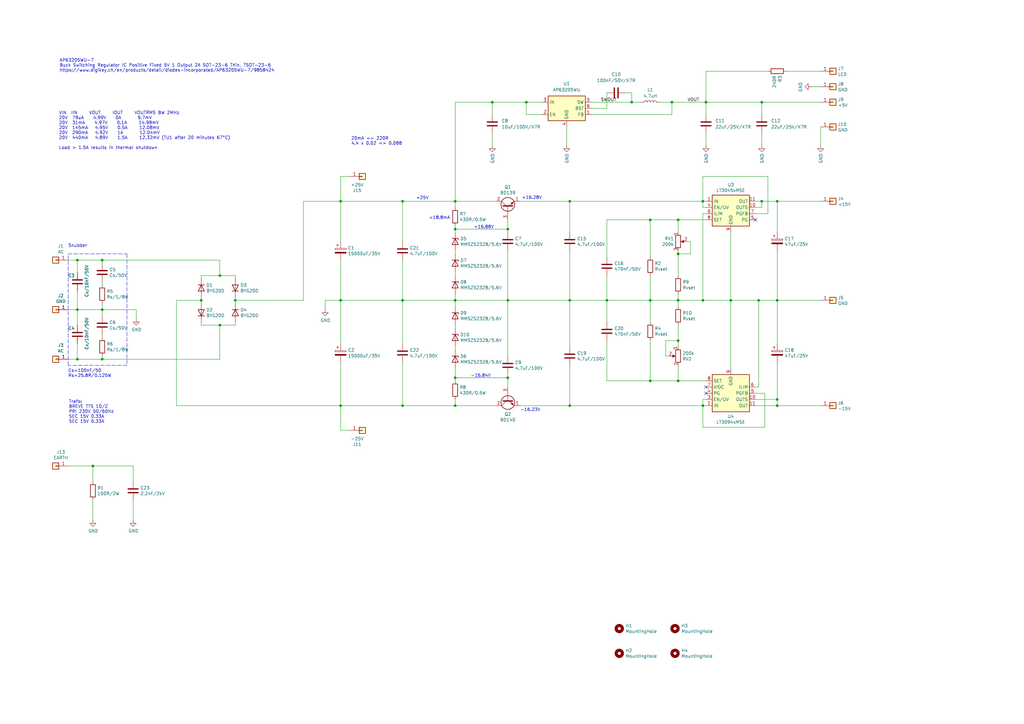
<source format=kicad_sch>
(kicad_sch (version 20250114) (generator "eeschema") (generator_version "9.0")
  (paper "A3")
  (title_block (title "Ultra Low Noise PSU DC/DC +5V Large Capacitor Tantal Polymer") (date "2025-09-01") (rev "V5"))
  (lib_symbols
    (symbol "Connector_Generic:Conn_01x01" (pin_names (offset 1.016) (hide yes))
      (property "Reference" "J" (at 0 2.54 0))
      (property "Value" "Conn_01x01" (at 0 -2.54 0))
      (symbol "Conn_01x01_1_1"
        (rectangle (start -1.27 1.27) (end 1.27 -1.27) (stroke (width 0.254)) (fill (type background)))
        (rectangle (start -1.27 0.127) (end 0 -0.127) (stroke (width 0.1524)))
        (pin passive line (at -5.08 0 0) (length 3.81) (name "Pin_1") (number "1"))
      )
    )
    (symbol "Device:C" (pin_numbers (hide yes)) (pin_names (offset 0.254))
      (property "Reference" "C" (at 0.635 2.54 0))
      (property "Value" "C" (at 0.635 -2.54 0))
      (symbol "C_0_1"
        (polyline (pts (xy -2.032 0.762) (xy 2.032 0.762)) (stroke (width 0.508)))
        (polyline (pts (xy -2.032 -0.762) (xy 2.032 -0.762)) (stroke (width 0.508)))
      )
      (symbol "C_1_1"
        (pin passive line (at 0 3.81 270) (length 2.794) (name "~") (number "1"))
        (pin passive line (at 0 -3.81 90) (length 2.794) (name "~") (number "2"))
      )
    )
    (symbol "Device:C_Polarized" (pin_numbers (hide yes)) (pin_names (offset 0.254))
      (property "Reference" "C" (at 0.635 2.54 0))
      (property "Value" "C_Polarized" (at 0.635 -2.54 0))
      (symbol "C_Polarized_0_1"
        (rectangle (start -2.286 0.508) (end 2.286 1.016))
        (polyline (pts (xy -1.778 2.286) (xy -0.762 2.286)))
        (polyline (pts (xy -1.27 2.794) (xy -1.27 1.778)))
        (rectangle (start 2.286 -0.508) (end -2.286 -1.016) (fill (type outline)))
      )
      (symbol "C_Polarized_1_1"
        (pin passive line (at 0 3.81 270) (length 2.794) (name "~") (number "1"))
        (pin passive line (at 0 -3.81 90) (length 2.794) (name "~") (number "2"))
      )
    )
    (symbol "Device:D" (pin_numbers (hide yes)) (pin_names (offset 1.016) (hide yes))
      (property "Reference" "D" (at 0 2.54 0))
      (property "Value" "D" (at 0 -2.54 0))
      (symbol "D_0_1"
        (polyline (pts (xy -1.27 1.27) (xy -1.27 -1.27)) (stroke (width 0.254)))
        (polyline (pts (xy 1.27 1.27) (xy 1.27 -1.27) (xy -1.27 0) (xy 1.27 1.27)) (stroke (width 0.254)))
        (polyline (pts (xy 1.27 0) (xy -1.27 0)))
      )
      (symbol "D_1_1"
        (pin passive line (at -3.81 0 0) (length 2.54) (name "K") (number "1"))
        (pin passive line (at 3.81 0 180) (length 2.54) (name "A") (number "2"))
      )
    )
    (symbol "Device:L" (pin_numbers (hide yes)) (pin_names (offset 1.016) (hide yes))
      (property "Reference" "L" (at -1.27 0 90))
      (property "Value" "L" (at 1.905 0 90))
      (symbol "L_0_1"
        (arc (start 0 2.54) (mid 0.6323 1.905) (end 0 1.27))
        (arc (start 0 1.27) (mid 0.6323 0.635) (end 0 0))
        (arc (start 0 0) (mid 0.6323 -0.635) (end 0 -1.27))
        (arc (start 0 -1.27) (mid 0.6323 -1.905) (end 0 -2.54))
      )
      (symbol "L_1_1"
        (pin passive line (at 0 3.81 270) (length 1.27) (name "1") (number "1"))
        (pin passive line (at 0 -3.81 90) (length 1.27) (name "2") (number "2"))
      )
    )
    (symbol "Device:R" (pin_numbers (hide yes)) (pin_names (offset 0))
      (property "Reference" "R" (at 2.032 0 90))
      (property "Value" "R" (at 0 0 90))
      (symbol "R_0_1"
        (rectangle (start -1.016 -2.54) (end 1.016 2.54) (stroke (width 0.254)))
      )
      (symbol "R_1_1"
        (pin passive line (at 0 3.81 270) (length 1.27) (name "~") (number "1"))
        (pin passive line (at 0 -3.81 90) (length 1.27) (name "~") (number "2"))
      )
    )
    (symbol "Device:R_Potentiometer" (pin_names (offset 1.016) (hide yes))
      (property "Reference" "RV" (at -4.445 0 90))
      (property "Value" "R_Potentiometer" (at -2.54 0 90))
      (symbol "R_Potentiometer_0_1"
        (rectangle (start 1.016 2.54) (end -1.016 -2.54) (stroke (width 0.254)))
        (polyline (pts (xy 1.143 0) (xy 2.286 0.508) (xy 2.286 -0.508) (xy 1.143 0)) (fill (type outline)))
        (polyline (pts (xy 2.54 0) (xy 1.524 0)))
      )
      (symbol "R_Potentiometer_1_1"
        (pin passive line (at 0 3.81 270) (length 1.27) (name "1") (number "1"))
        (pin passive line (at 0 -3.81 90) (length 1.27) (name "3") (number "3"))
        (pin passive line (at 3.81 0 180) (length 1.27) (name "2") (number "2"))
      )
    )
    (symbol "Diode:Z1SMAxxx" (pin_numbers (hide yes)) (pin_names (hide yes))
      (property "Reference" "D" (at 0 2.54 0))
      (property "Value" "Z1SMAxxx" (at 0 -2.54 0))
      (symbol "Z1SMAxxx_0_1"
        (polyline (pts (xy -1.27 -1.27) (xy -1.27 1.27) (xy -0.762 1.27)) (stroke (width 0.254)))
        (polyline (pts (xy 1.27 0) (xy -1.27 0)))
        (polyline (pts (xy 1.27 -1.27) (xy 1.27 1.27) (xy -1.27 0) (xy 1.27 -1.27)) (stroke (width 0.254)))
      )
      (symbol "Z1SMAxxx_1_1"
        (pin passive line (at -3.81 0 0) (length 2.54) (name "K") (number "1"))
        (pin passive line (at 3.81 0 180) (length 2.54) (name "A") (number "2"))
      )
    )
    (symbol "Mechanical:MountingHole" (pin_names (offset 1.016)) (in_bom no)
      (property "Reference" "H" (at 0 5.08 0))
      (property "Value" "MountingHole" (at 0 3.175 0))
      (symbol "MountingHole_0_1"
        (circle (center 0 0) (radius 1.27) (stroke (width 1.27)))
      )
    )
    (symbol "Regulator_Linear:LT3045xMSE"
      (property "Reference" "U" (at -6.35 6.35 0))
      (property "Value" "LT3045xMSE" (at 1.27 6.35 0))
      (symbol "LT3045xMSE_0_1"
        (rectangle (start -7.62 5.08) (end 7.62 -7.62) (stroke (width 0.254)) (fill (type background)))
      )
      (symbol "LT3045xMSE_1_1"
        (pin power_in line (at -10.16 2.54 0) (length 2.54) (name "IN") (number "1"))
        (pin passive line (at -10.16 2.54 0) (length 2.54) (hide yes) (name "IN") (number "2"))
        (pin passive line (at -10.16 2.54 0) (length 2.54) (hide yes) (name "IN") (number "3"))
        (pin input line (at -10.16 0 0) (length 2.54) (name "EN/UV") (number "4"))
        (pin passive line (at -10.16 -2.54 0) (length 2.54) (name "ILIM") (number "6"))
        (pin passive line (at -10.16 -5.08 0) (length 2.54) (name "SET") (number "8"))
        (pin passive line (at 0 -10.16 90) (length 2.54) (hide yes) (name "GND") (number "13"))
        (pin power_in line (at 0 -10.16 90) (length 2.54) (name "GND") (number "9"))
        (pin power_out line (at 10.16 2.54 180) (length 2.54) (name "OUT") (number "11"))
        (pin passive line (at 10.16 2.54 180) (length 2.54) (hide yes) (name "OUT") (number "12"))
        (pin input line (at 10.16 0 180) (length 2.54) (name "OUTS") (number "10"))
        (pin input line (at 10.16 -2.54 180) (length 2.54) (name "PGFB") (number "7"))
        (pin open_collector line (at 10.16 -5.08 180) (length 2.54) (name "PG") (number "5"))
      )
    )
    (symbol "Regulator_Linear:LT3094xMSE"
      (property "Reference" "U" (at -6.35 8.89 0))
      (property "Value" "LT3094xMSE" (at 1.27 8.89 0))
      (symbol "LT3094xMSE_0_0"
        (pin passive line (at -10.16 5.08 0) (length 2.54) (hide yes) (name "IN") (number "13"))
        (pin passive line (at 10.16 5.08 180) (length 2.54) (hide yes) (name "OUT") (number "12"))
      )
      (symbol "LT3094xMSE_0_1"
        (rectangle (start 7.62 7.62) (end -7.62 -7.62) (stroke (width 0.254)) (fill (type background)))
      )
      (symbol "LT3094xMSE_1_1"
        (pin power_in line (at -10.16 5.08 0) (length 2.54) (name "IN") (number "1"))
        (pin passive line (at -10.16 5.08 0) (length 2.54) (hide yes) (name "IN") (number "2"))
        (pin input line (at -10.16 2.54 0) (length 2.54) (name "EN/UV") (number "3"))
        (pin open_collector line (at -10.16 0 0) (length 2.54) (name "PG") (number "4"))
        (pin passive line (at -10.16 -2.54 0) (length 2.54) (name "VIOC") (number "7"))
        (pin passive line (at -10.16 -5.08 0) (length 2.54) (name "SET") (number "8"))
        (pin power_in line (at 0 -10.16 90) (length 2.54) (name "GND") (number "9"))
        (pin power_out line (at 10.16 5.08 180) (length 2.54) (name "OUT") (number "11"))
        (pin input line (at 10.16 2.54 180) (length 2.54) (name "OUTS") (number "10"))
        (pin input line (at 10.16 0 180) (length 2.54) (name "PGFB") (number "5"))
        (pin passive line (at 10.16 -2.54 180) (length 2.54) (name "ILIM") (number "6"))
      )
    )
    (symbol "Regulator_Switching:AP63205WU"
      (property "Reference" "U" (at -7.62 6.35 0))
      (property "Value" "AP63205WU" (at 2.54 6.35 0))
      (symbol "AP63205WU_0_1"
        (rectangle (start -7.62 5.08) (end 7.62 -5.08) (stroke (width 0.254)) (fill (type background)))
      )
      (symbol "AP63205WU_1_1"
        (pin power_in line (at -10.16 2.54 0) (length 2.54) (name "IN") (number "3"))
        (pin input line (at -10.16 -2.54 0) (length 2.54) (name "EN") (number "2"))
        (pin power_in line (at 0 -7.62 90) (length 2.54) (name "GND") (number "4"))
        (pin output line (at 10.16 2.54 180) (length 2.54) (name "SW") (number "5"))
        (pin passive line (at 10.16 0 180) (length 2.54) (name "BST") (number "6"))
        (pin input line (at 10.16 -2.54 180) (length 2.54) (name "FB") (number "1"))
      )
    )
    (symbol "Transistor_BJT:BD139" (pin_names (offset 0) (hide yes))
      (property "Reference" "Q" (at 5.08 1.905 0))
      (property "Value" "BD139" (at 5.08 0 0))
      (symbol "BD139_0_1"
        (polyline (pts (xy -2.54 0) (xy 0.635 0)))
        (polyline (pts (xy 0.635 1.905) (xy 0.635 -1.905)) (stroke (width 0.508)))
        (circle (center 1.27 0) (radius 2.8194) (stroke (width 0.254)))
      )
      (symbol "BD139_1_1"
        (polyline (pts (xy 0.635 0.635) (xy 2.54 2.54)))
        (polyline (pts (xy 0.635 -0.635) (xy 2.54 -2.54)))
        (polyline (pts (xy 1.27 -1.778) (xy 1.778 -1.27) (xy 2.286 -2.286) (xy 1.27 -1.778)) (fill (type outline)))
        (pin input line (at -5.08 0 0) (length 2.54) (name "B") (number "3"))
        (pin passive line (at 2.54 5.08 270) (length 2.54) (name "C") (number "2"))
        (pin passive line (at 2.54 -5.08 90) (length 2.54) (name "E") (number "1"))
      )
    )
    (symbol "Transistor_BJT:BD140" (pin_names (offset 0) (hide yes))
      (property "Reference" "Q" (at 5.08 1.905 0))
      (property "Value" "BD140" (at 5.08 0 0))
      (symbol "BD140_0_1"
        (polyline (pts (xy -2.54 0) (xy 0.635 0)))
        (polyline (pts (xy 0.635 1.905) (xy 0.635 -1.905)) (stroke (width 0.508)))
        (polyline (pts (xy 0.635 0.635) (xy 2.54 2.54)))
        (polyline (pts (xy 0.635 -0.635) (xy 2.54 -2.54)))
        (circle (center 1.27 0) (radius 2.8194) (stroke (width 0.254)))
        (polyline (pts (xy 2.286 -1.778) (xy 1.778 -2.286) (xy 1.27 -1.27) (xy 2.286 -1.778)) (fill (type outline)))
      )
      (symbol "BD140_1_1"
        (pin input line (at -5.08 0 0) (length 2.54) (name "B") (number "3"))
        (pin passive line (at 2.54 5.08 270) (length 2.54) (name "C") (number "2"))
        (pin passive line (at 2.54 -5.08 90) (length 2.54) (name "E") (number "1"))
      )
    )
    (symbol "power:GND" (power) (pin_numbers (hide yes)) (pin_names (offset 0) (hide yes))
      (property "Value" "GND" (at 0 -3.81 0))
      (symbol "GND_0_1"
        (polyline (pts (xy 0 0) (xy 0 -1.27) (xy 1.27 -1.27) (xy 0 -2.54) (xy -1.27 -1.27) (xy 0 -1.27)))
      )
      (symbol "GND_1_1"
        (pin power_in line (at 0 0 270) (length 0) (name "~") (number "1"))
      )
    )
  )
  (text "+16.28V" (at 213.995 81.915 0) (effects (font (size 1.27 1.27)) (justify left bottom)))
  (text "-16.84V" (at 193.04 154.178 0) (effects (font (size 1.27 1.27)) (justify left)))
  (text "+25V" (at 173.228 81.28 0) (effects (font (size 1.27 1.27))))
  (text "Snubber" (at 27.94 101.6 0) (effects (font (size 1.27 1.27)) (justify left bottom)))
  (text "+16.88V" (at 194.31 93.218 0) (effects (font (size 1.27 1.27)) (justify left)))
  (text "Cs=100nF/50\nRs=25.8R/0.125W" (at 27.94 154.94 0) (effects (font (size 1.27 1.27)) (justify left bottom)))
  (text "-16.23V" (at 213.36 168.91 0) (effects (font (size 1.27 1.27)) (justify left bottom)))
  (text "VIN  IIN     VOUT     IOUT     VOUTRMS BW 2MHz      \n20V  79uA    4.99V    0A       9.7mV\n20V  31mA    4.97V    0.1A     14.98mV\n20V  145mA   4.95V    0.5A     12.08mV\n20V  290mA   4.92V    1A       12.04mV\n20V  440mA   4.89V    1.5A     12.32mV (TU1 after 20 minutes 67°C)\n\nLoad > 1.5A results in thermal shutdown\n\n\n" (at 24.13 55.626 0) (effects (font (size 1.27 1.27)) (justify left)))
  (text "Trafo:\nBREVE TTS 10/Z\nPRI 230V 50/60Hz\nSEC 15V 0.33A\nSEC 15V 0.33A" (at 28.194 168.91 0) (effects (font (size 1.27 1.27)) (justify left)))
  (text "AP63205WU-7\nBuck Switching Regulator IC Positive Fixed 5V 1 Output 2A SOT-23-6 Thin, TSOT-23-6\nhttps://www.digikey.ch/en/products/detail/diodes-incorporated/AP63205WU-7/9858424\n\n" (at 24.384 27.94 0) (effects (font (size 1.27 1.27)) (justify left)))
  (text "20mA => 220R\n4.4 x 0.02 => 0.088" (at 144.018 57.912 0) (effects (font (size 1.27 1.27)) (justify left)))
  (text "+18.8mA" (at 184.658 89.408 0) (effects (font (size 1.27 1.27)) (justify right)))
  (junction (at 248.92 123.19))
  (junction (at 165.1 166.37))
  (junction (at 41.91 147.32))
  (junction (at 41.91 127))
  (junction (at 186.69 123.19))
  (junction (at 299.72 123.19))
  (junction (at 275.59 41.91))
  (junction (at 90.17 133.35))
  (junction (at 233.68 82.55))
  (junction (at 318.77 166.37))
  (junction (at 288.29 166.37))
  (junction (at 311.15 123.19))
  (junction (at 215.9 41.91))
  (junction (at 318.77 123.19))
  (junction (at 312.42 82.55))
  (junction (at 139.7 123.19))
  (junction (at 312.42 41.91))
  (junction (at 165.1 82.55))
  (junction (at 201.93 41.91))
  (junction (at 318.77 82.55))
  (junction (at 82.55 123.19))
  (junction (at 139.7 82.55))
  (junction (at 318.77 163.83))
  (junction (at 259.08 41.91))
  (junction (at 139.7 166.37))
  (junction (at 31.75 127))
  (junction (at 208.28 154.94))
  (junction (at 266.7 156.21))
  (junction (at 31.75 106.68))
  (junction (at 266.7 123.19))
  (junction (at 266.7 90.17))
  (junction (at 31.75 147.32))
  (junction (at 278.13 123.19))
  (junction (at 233.68 166.37))
  (junction (at 288.29 82.55))
  (junction (at 288.29 123.19))
  (junction (at 186.69 166.37))
  (junction (at 38.1 191.135))
  (junction (at 41.91 106.68))
  (junction (at 233.68 123.19))
  (junction (at 96.52 123.19))
  (junction (at 165.1 123.19))
  (junction (at 278.13 90.17))
  (junction (at 90.17 113.03))
  (junction (at 278.13 104.14))
  (junction (at 186.69 82.55))
  (junction (at 186.69 93.98))
  (junction (at 208.28 123.19))
  (junction (at 289.56 41.91))
  (junction (at 208.28 93.98))
  (junction (at 278.13 156.21))
  (junction (at 186.69 154.94))
  (junction (at 278.13 139.7))
  (no_connect (at 289.56 158.75))
  (no_connect (at 309.88 90.17))
  (no_connect (at 289.56 161.29))
  (wire (pts (xy 312.42 54.61) (xy 312.42 59.69)))
  (wire (pts (xy 201.93 54.61) (xy 201.93 59.69)))
  (wire (pts (xy 314.96 87.63) (xy 314.96 72.39)))
  (wire (pts (xy 203.2 82.55) (xy 186.69 82.55)))
  (wire (pts (xy 186.69 93.98) (xy 208.28 93.98)))
  (wire (pts (xy 266.7 156.21) (xy 278.13 156.21)))
  (wire (pts (xy 274.32 146.05) (xy 273.05 146.05)))
  (wire (pts (xy 208.28 123.19) (xy 208.28 146.05)))
  (wire (pts (xy 186.69 123.19) (xy 208.28 123.19)))
  (wire (pts (xy 248.92 105.41) (xy 248.92 90.17)))
  (wire (pts (xy 165.1 106.68) (xy 165.1 123.19)))
  (wire (pts (xy 233.68 82.55) (xy 233.68 95.25)))
  (wire (pts (xy 275.59 41.91) (xy 289.56 41.91)))
  (wire (pts (xy 312.42 85.09) (xy 312.42 82.55)))
  (wire (pts (xy 54.61 205.105) (xy 54.61 213.36)))
  (wire (pts (xy 242.57 46.99) (xy 275.59 46.99)))
  (wire (pts (xy 278.13 149.86) (xy 278.13 156.21)))
  (wire (pts (xy 208.28 154.94) (xy 208.28 158.75)))
  (wire (pts (xy 186.69 104.14) (xy 186.69 102.87)))
  (wire (pts (xy 278.13 90.17) (xy 289.56 90.17)))
  (wire (pts (xy 27.94 127) (xy 31.75 127)))
  (wire (pts (xy 186.69 82.55) (xy 165.1 82.55)))
  (wire (pts (xy 318.77 123.19) (xy 336.55 123.19)))
  (wire (pts (xy 96.52 121.92) (xy 96.52 123.19)))
  (wire (pts (xy 186.69 154.94) (xy 208.28 154.94)))
  (wire (pts (xy 31.75 147.32) (xy 41.91 147.32)))
  (wire (pts (xy 248.92 123.19) (xy 266.7 123.19)))
  (wire (pts (xy 288.29 175.26) (xy 288.29 166.37)))
  (wire (pts (xy 311.15 123.19) (xy 318.77 123.19)))
  (wire (pts (xy 289.56 29.21) (xy 289.56 41.91)))
  (wire (pts (xy 82.55 113.03) (xy 82.55 114.3)))
  (wire (pts (xy 299.72 123.19) (xy 311.15 123.19)))
  (wire (pts (xy 278.13 123.19) (xy 278.13 125.73)))
  (wire (pts (xy 289.56 163.83) (xy 288.29 163.83)))
  (wire (pts (xy 41.91 127) (xy 55.88 127)))
  (wire (pts (xy 288.29 163.83) (xy 288.29 166.37)))
  (wire (pts (xy 266.7 123.19) (xy 278.13 123.19)))
  (wire (pts (xy 312.42 41.91) (xy 336.55 41.91)))
  (wire (pts (xy 96.52 114.3) (xy 96.52 113.03)))
  (wire (pts (xy 309.88 166.37) (xy 318.77 166.37)))
  (wire (pts (xy 278.13 120.65) (xy 278.13 123.19)))
  (wire (pts (xy 72.39 166.37) (xy 139.7 166.37)))
  (wire (pts (xy 248.92 90.17) (xy 266.7 90.17)))
  (wire (pts (xy 242.57 41.91) (xy 259.08 41.91)))
  (wire (pts (xy 278.13 133.35) (xy 278.13 139.7)))
  (wire (pts (xy 41.91 129.54) (xy 41.91 127)))
  (wire (pts (xy 233.68 123.19) (xy 248.92 123.19)))
  (wire (pts (xy 242.57 44.45) (xy 248.92 44.45)))
  (wire (pts (xy 208.28 153.67) (xy 208.28 154.94)))
  (wire (pts (xy 90.17 106.68) (xy 90.17 113.03)))
  (wire (pts (xy 336.55 29.21) (xy 322.58 29.21)))
  (wire (pts (xy 318.77 82.55) (xy 318.77 95.25)))
  (wire (pts (xy 289.56 54.61) (xy 289.56 59.69)))
  (wire (pts (xy 31.75 111.76) (xy 31.75 106.68)))
  (wire (pts (xy 72.39 123.19) (xy 82.55 123.19)))
  (wire (pts (xy 233.68 142.24) (xy 233.68 123.19)))
  (wire (pts (xy 288.29 123.19) (xy 299.72 123.19)))
  (wire (pts (xy 289.56 41.91) (xy 312.42 41.91)))
  (wire (pts (xy 208.28 123.19) (xy 233.68 123.19)))
  (wire (pts (xy 82.55 123.19) (xy 82.55 124.46)))
  (wire (pts (xy 233.68 166.37) (xy 213.36 166.37)))
  (wire (pts (xy 288.29 87.63) (xy 288.29 123.19)))
  (wire (pts (xy 266.7 90.17) (xy 266.7 105.41)))
  (wire (pts (xy 288.29 82.55) (xy 289.56 82.55)))
  (wire (pts (xy 31.75 127) (xy 41.91 127)))
  (wire (pts (xy 278.13 156.21) (xy 289.56 156.21)))
  (wire (pts (xy 186.69 166.37) (xy 186.69 163.83)))
  (wire (pts (xy 213.36 82.55) (xy 233.68 82.55)))
  (wire (pts (xy 124.46 82.55) (xy 139.7 82.55)))
  (wire (pts (xy 283.21 99.06) (xy 283.21 104.14)))
  (wire (pts (xy 96.52 113.03) (xy 90.17 113.03)))
  (polyline (pts (xy 52.07 149.86) (xy 27.94 149.86)) (stroke (width 0) (type dash)))
  (wire (pts (xy 281.94 99.06) (xy 283.21 99.06)))
  (wire (pts (xy 259.08 41.91) (xy 262.89 41.91)))
  (wire (pts (xy 289.56 87.63) (xy 288.29 87.63)))
  (wire (pts (xy 289.56 29.21) (xy 314.96 29.21)))
  (polyline (pts (xy 27.94 104.14) (xy 52.07 104.14)) (stroke (width 0) (type dash)))
  (wire (pts (xy 186.69 125.73) (xy 186.69 123.19)))
  (wire (pts (xy 139.7 166.37) (xy 165.1 166.37)))
  (wire (pts (xy 313.69 175.26) (xy 288.29 175.26)))
  (wire (pts (xy 248.92 113.03) (xy 248.92 123.19)))
  (wire (pts (xy 299.72 151.13) (xy 299.72 123.19)))
  (wire (pts (xy 38.1 197.485) (xy 38.1 191.135)))
  (wire (pts (xy 139.7 82.55) (xy 165.1 82.55)))
  (wire (pts (xy 165.1 123.19) (xy 186.69 123.19)))
  (polyline (pts (xy 27.94 149.86) (xy 27.94 104.14)) (stroke (width 0) (type dash)))
  (wire (pts (xy 186.69 156.21) (xy 186.69 154.94)))
  (wire (pts (xy 201.93 41.91) (xy 215.9 41.91)))
  (wire (pts (xy 186.69 95.25) (xy 186.69 93.98)))
  (wire (pts (xy 278.13 90.17) (xy 278.13 95.25)))
  (wire (pts (xy 318.77 148.59) (xy 318.77 163.83)))
  (wire (pts (xy 275.59 46.99) (xy 275.59 41.91)))
  (wire (pts (xy 186.69 82.55) (xy 186.69 85.09)))
  (wire (pts (xy 259.08 38.1) (xy 259.08 41.91)))
  (wire (pts (xy 186.69 41.91) (xy 186.69 82.55)))
  (wire (pts (xy 186.69 41.91) (xy 201.93 41.91)))
  (wire (pts (xy 288.29 85.09) (xy 288.29 82.55)))
  (wire (pts (xy 82.55 133.35) (xy 90.17 133.35)))
  (wire (pts (xy 139.7 140.97) (xy 139.7 123.19)))
  (wire (pts (xy 312.42 82.55) (xy 318.77 82.55)))
  (wire (pts (xy 41.91 138.43) (xy 41.91 137.16)))
  (wire (pts (xy 312.42 46.99) (xy 312.42 41.91)))
  (wire (pts (xy 55.88 130.81) (xy 55.88 127)))
  (wire (pts (xy 288.29 166.37) (xy 289.56 166.37)))
  (wire (pts (xy 248.92 44.45) (xy 248.92 38.1)))
  (wire (pts (xy 72.39 123.19) (xy 72.39 166.37)))
  (wire (pts (xy 215.9 41.91) (xy 222.25 41.91)))
  (wire (pts (xy 336.55 35.56) (xy 332.74 35.56)))
  (wire (pts (xy 318.77 102.87) (xy 318.77 123.19)))
  (wire (pts (xy 38.1 205.105) (xy 38.1 213.36)))
  (wire (pts (xy 288.29 72.39) (xy 288.29 82.55)))
  (wire (pts (xy 336.55 82.55) (xy 318.77 82.55)))
  (polyline (pts (xy 52.07 104.14) (xy 52.07 149.86)) (stroke (width 0) (type dash)))
  (wire (pts (xy 41.91 107.95) (xy 41.91 106.68)))
  (wire (pts (xy 82.55 121.92) (xy 82.55 123.19)))
  (wire (pts (xy 41.91 106.68) (xy 90.17 106.68)))
  (wire (pts (xy 31.75 133.35) (xy 31.75 127)))
  (wire (pts (xy 143.51 72.39) (xy 139.7 72.39)))
  (wire (pts (xy 208.28 93.98) (xy 208.28 95.25)))
  (wire (pts (xy 38.1 191.135) (xy 27.94 191.135)))
  (wire (pts (xy 31.75 106.68) (xy 27.94 106.68)))
  (wire (pts (xy 233.68 102.87) (xy 233.68 123.19)))
  (wire (pts (xy 208.28 93.98) (xy 208.28 90.17)))
  (wire (pts (xy 186.69 154.94) (xy 186.69 151.13)))
  (wire (pts (xy 82.55 132.08) (xy 82.55 133.35)))
  (wire (pts (xy 203.2 166.37) (xy 186.69 166.37)))
  (wire (pts (xy 139.7 123.19) (xy 165.1 123.19)))
  (wire (pts (xy 54.61 197.485) (xy 54.61 191.135)))
  (wire (pts (xy 208.28 102.87) (xy 208.28 123.19)))
  (wire (pts (xy 96.52 133.35) (xy 96.52 132.08)))
  (wire (pts (xy 90.17 113.03) (xy 82.55 113.03)))
  (wire (pts (xy 278.13 123.19) (xy 288.29 123.19)))
  (wire (pts (xy 309.88 82.55) (xy 312.42 82.55)))
  (wire (pts (xy 96.52 123.19) (xy 124.46 123.19)))
  (wire (pts (xy 309.88 158.75) (xy 311.15 158.75)))
  (wire (pts (xy 309.88 85.09) (xy 312.42 85.09)))
  (wire (pts (xy 256.54 38.1) (xy 259.08 38.1)))
  (wire (pts (xy 289.56 85.09) (xy 288.29 85.09)))
  (wire (pts (xy 278.13 102.87) (xy 278.13 104.14)))
  (wire (pts (xy 139.7 99.06) (xy 139.7 82.55)))
  (wire (pts (xy 133.35 127) (xy 133.35 123.19)))
  (wire (pts (xy 41.91 106.68) (xy 31.75 106.68)))
  (wire (pts (xy 283.21 104.14) (xy 278.13 104.14)))
  (wire (pts (xy 309.88 161.29) (xy 313.69 161.29)))
  (wire (pts (xy 186.69 143.51) (xy 186.69 142.24)))
  (wire (pts (xy 248.92 132.08) (xy 248.92 123.19)))
  (wire (pts (xy 90.17 133.35) (xy 90.17 147.32)))
  (wire (pts (xy 248.92 156.21) (xy 266.7 156.21)))
  (wire (pts (xy 233.68 166.37) (xy 288.29 166.37)))
  (wire (pts (xy 41.91 147.32) (xy 90.17 147.32)))
  (wire (pts (xy 31.75 140.97) (xy 31.75 147.32)))
  (wire (pts (xy 139.7 72.39) (xy 139.7 82.55)))
  (wire (pts (xy 318.77 163.83) (xy 318.77 166.37)))
  (wire (pts (xy 54.61 191.135) (xy 38.1 191.135)))
  (wire (pts (xy 273.05 146.05) (xy 273.05 139.7)))
  (wire (pts (xy 309.88 163.83) (xy 318.77 163.83)))
  (wire (pts (xy 313.69 161.29) (xy 313.69 175.26)))
  (wire (pts (xy 201.93 41.91) (xy 201.93 46.99)))
  (wire (pts (xy 186.69 166.37) (xy 165.1 166.37)))
  (wire (pts (xy 278.13 142.24) (xy 278.13 139.7)))
  (wire (pts (xy 133.35 123.19) (xy 139.7 123.19)))
  (wire (pts (xy 186.69 113.03) (xy 186.69 111.76)))
  (wire (pts (xy 318.77 166.37) (xy 336.55 166.37)))
  (wire (pts (xy 266.7 113.03) (xy 266.7 123.19)))
  (wire (pts (xy 273.05 139.7) (xy 278.13 139.7)))
  (wire (pts (xy 233.68 149.86) (xy 233.68 166.37)))
  (wire (pts (xy 266.7 139.7) (xy 266.7 156.21)))
  (wire (pts (xy 278.13 104.14) (xy 278.13 113.03)))
  (wire (pts (xy 233.68 82.55) (xy 288.29 82.55)))
  (wire (pts (xy 139.7 166.37) (xy 139.7 176.53)))
  (wire (pts (xy 41.91 147.32) (xy 41.91 146.05)))
  (wire (pts (xy 299.72 95.25) (xy 299.72 123.19)))
  (wire (pts (xy 186.69 134.62) (xy 186.69 133.35)))
  (wire (pts (xy 215.9 46.99) (xy 215.9 41.91)))
  (wire (pts (xy 275.59 41.91) (xy 270.51 41.91)))
  (wire (pts (xy 165.1 148.59) (xy 165.1 166.37)))
  (wire (pts (xy 186.69 93.98) (xy 186.69 92.71)))
  (wire (pts (xy 232.41 52.07) (xy 232.41 59.69)))
  (wire (pts (xy 311.15 158.75) (xy 311.15 123.19)))
  (wire (pts (xy 309.88 87.63) (xy 314.96 87.63)))
  (wire (pts (xy 165.1 99.06) (xy 165.1 82.55)))
  (wire (pts (xy 41.91 116.84) (xy 41.91 115.57)))
  (wire (pts (xy 266.7 90.17) (xy 278.13 90.17)))
  (wire (pts (xy 90.17 133.35) (xy 96.52 133.35)))
  (wire (pts (xy 266.7 123.19) (xy 266.7 132.08)))
  (wire (pts (xy 318.77 140.97) (xy 318.77 123.19)))
  (wire (pts (xy 143.51 176.53) (xy 139.7 176.53)))
  (wire (pts (xy 248.92 139.7) (xy 248.92 156.21)))
  (wire (pts (xy 289.56 41.91) (xy 289.56 46.99)))
  (wire (pts (xy 41.91 127) (xy 41.91 124.46)))
  (wire (pts (xy 31.75 119.38) (xy 31.75 127)))
  (wire (pts (xy 314.96 72.39) (xy 288.29 72.39)))
  (wire (pts (xy 124.46 123.19) (xy 124.46 82.55)))
  (wire (pts (xy 165.1 140.97) (xy 165.1 123.19)))
  (wire (pts (xy 139.7 106.68) (xy 139.7 123.19)))
  (wire (pts (xy 139.7 148.59) (xy 139.7 166.37)))
  (wire (pts (xy 96.52 123.19) (xy 96.52 124.46)))
  (wire (pts (xy 336.55 52.07) (xy 336.55 59.69)))
  (wire (pts (xy 222.25 46.99) (xy 215.9 46.99)))
  (wire (pts (xy 27.94 147.32) (xy 31.75 147.32)))
  (wire (pts (xy 186.69 120.65) (xy 186.69 123.19)))
  (label "VOUT" (at 281.94 41.91 0))
  (label "SWOUT" (at 246.38 41.91 0))
  (symbol (lib_id "Connector_Generic:Conn_01x01") (at 22.86 127 180) (unit 1)
    (property "Reference" "J2" (at 24.9428 121.285 0))
    (property "Value" "GND" (at 24.9428 123.5964 0))
    (property "Footprint" "Connector_Pin:Pin_D1.3mm_L11.0mm" (effects (hide yes)))
    (property "Description" "Generic connector, single row, 01x01, script generated (kicad-library-utils/schlib/autogen/connector/)" (effects (hide yes)))
  )
  (symbol (lib_id "Device:R_Potentiometer") (at 278.13 99.06 0) (unit 1)
    (property "Reference" "RV1" (at 276.3774 97.8916 0) (effects (justify right)))
    (property "Value" "200k" (at 276.3774 100.203 0) (effects (justify right)))
    (property "Footprint" "Potentiometer_THT:Potentiometer_Bourns_3296W_Vertical" (effects (hide yes)))
    (property "Description" "Potentiometer" (effects (hide yes)))
  )
  (symbol (lib_id "Mechanical:MountingHole") (at 254 257.81 0) (unit 1) (in_bom no)
    (property "Reference" "H1" (at 256.54 256.6416 0) (effects (justify left)))
    (property "Value" "MountingHole" (at 256.54 258.953 0) (effects (justify left)))
    (property "Footprint" "MountingHole:MountingHole_3.2mm_M3_Pad_Via" (effects (hide yes)))
    (property "Description" "Mounting Hole without connection" (effects (hide yes)))
  )
  (symbol (lib_id "Mechanical:MountingHole") (at 276.86 257.81 0) (unit 1) (in_bom no)
    (property "Reference" "H3" (at 279.4 256.6416 0) (effects (justify left)))
    (property "Value" "MountingHole" (at 279.4 258.953 0) (effects (justify left)))
    (property "Footprint" "MountingHole:MountingHole_3.2mm_M3_Pad_Via" (effects (hide yes)))
    (property "Description" "Mounting Hole without connection" (effects (hide yes)))
  )
  (symbol (lib_id "Mechanical:MountingHole") (at 254 267.97 0) (unit 1) (in_bom no)
    (property "Reference" "H2" (at 256.54 266.8016 0) (effects (justify left)))
    (property "Value" "MountingHole" (at 256.54 269.113 0) (effects (justify left)))
    (property "Footprint" "MountingHole:MountingHole_3.2mm_M3_Pad_Via" (effects (hide yes)))
    (property "Description" "Mounting Hole without connection" (effects (hide yes)))
  )
  (symbol (lib_id "Mechanical:MountingHole") (at 276.86 267.97 0) (unit 1) (in_bom no)
    (property "Reference" "H4" (at 279.4 266.8016 0) (effects (justify left)))
    (property "Value" "MountingHole" (at 279.4 269.113 0) (effects (justify left)))
    (property "Footprint" "MountingHole:MountingHole_3.2mm_M3_Pad_Via" (effects (hide yes)))
    (property "Description" "Mounting Hole without connection" (effects (hide yes)))
  )
  (symbol (lib_id "Connector_Generic:Conn_01x01") (at 22.86 106.68 180) (unit 1)
    (property "Reference" "J1" (at 24.9428 100.965 0))
    (property "Value" "AC" (at 24.9428 103.2764 0))
    (property "Footprint" "Connector_Pin:Pin_D1.3mm_L11.0mm" (effects (hide yes)))
    (property "Description" "Generic connector, single row, 01x01, script generated (kicad-library-utils/schlib/autogen/connector/)" (effects (hide yes)))
  )
  (symbol (lib_id "Connector_Generic:Conn_01x01") (at 22.86 147.32 180) (unit 1)
    (property "Reference" "J3" (at 24.9428 141.605 0))
    (property "Value" "AC" (at 24.9428 143.9164 0))
    (property "Footprint" "Connector_Pin:Pin_D1.3mm_L11.0mm" (effects (hide yes)))
    (property "Description" "Generic connector, single row, 01x01, script generated (kicad-library-utils/schlib/autogen/connector/)" (effects (hide yes)))
  )
  (symbol (lib_id "Device:C_Polarized") (at 139.7 102.87 0) (unit 1)
    (property "Reference" "C1" (at 142.6972 101.7016 0) (effects (justify left)))
    (property "Value" "15000uF/35V" (at 142.6972 104.013 0) (effects (justify left)))
    (property "Footprint" "Capacitor_THT:CP_Radial_D35.0mm_P10.00mm_SnapIn" (effects (hide yes)))
    (property "Description" "Polarized capacitor" (effects (hide yes)))
    (property "Digikey" "493-8644-ND" (effects (hide yes)))
  )
  (symbol (lib_id "power:GND") (at 55.88 130.81 0) (unit 1)
    (property "Reference" "#PWR01" (effects (hide yes)))
    (property "Value" "GND" (at 56.007 135.2042 0))
    (property "Description" "Power symbol creates a global label with name \"GND\" , ground" (effects (hide yes)))
  )
  (symbol (lib_id "Connector_Generic:Conn_01x01") (at 341.63 123.19 0) (unit 1)
    (property "Reference" "J5" (at 343.662 122.1232 0) (effects (justify left)))
    (property "Value" "GND" (at 343.662 124.4346 0) (effects (justify left)))
    (property "Footprint" "Connector_Pin:Pin_D1.0mm_L10.0mm" (effects (hide yes)))
    (property "Description" "Generic connector, single row, 01x01, script generated (kicad-library-utils/schlib/autogen/connector/)" (effects (hide yes)))
  )
  (symbol (lib_id "Connector_Generic:Conn_01x01") (at 341.63 82.55 0) (unit 1)
    (property "Reference" "J4" (at 343.662 81.4832 0) (effects (justify left)))
    (property "Value" "+15V" (at 343.662 83.7946 0) (effects (justify left)))
    (property "Footprint" "Connector_Pin:Pin_D1.0mm_L10.0mm" (effects (hide yes)))
    (property "Description" "Generic connector, single row, 01x01, script generated (kicad-library-utils/schlib/autogen/connector/)" (effects (hide yes)))
  )
  (symbol (lib_id "Connector_Generic:Conn_01x01") (at 341.63 166.37 0) (unit 1)
    (property "Reference" "J6" (at 343.662 165.3032 0) (effects (justify left)))
    (property "Value" "-15V" (at 343.662 167.6146 0) (effects (justify left)))
    (property "Footprint" "Connector_Pin:Pin_D1.0mm_L10.0mm" (effects (hide yes)))
    (property "Description" "Generic connector, single row, 01x01, script generated (kicad-library-utils/schlib/autogen/connector/)" (effects (hide yes)))
  )
  (symbol (lib_id "power:GND") (at 133.35 127 0) (unit 1)
    (property "Reference" "#PWR02" (effects (hide yes)))
    (property "Value" "GND" (at 133.477 131.3942 0))
    (property "Description" "Power symbol creates a global label with name \"GND\" , ground" (effects (hide yes)))
  )
  (symbol (lib_id "Device:C_Polarized") (at 139.7 144.78 0) (unit 1)
    (property "Reference" "C2" (at 142.6972 143.6116 0) (effects (justify left)))
    (property "Value" "15000uF/35V" (at 142.6972 145.923 0) (effects (justify left)))
    (property "Footprint" "Capacitor_THT:CP_Radial_D35.0mm_P10.00mm_SnapIn" (effects (hide yes)))
    (property "Description" "Polarized capacitor" (effects (hide yes)))
    (property "Digikey" "493-8644-ND" (effects (hide yes)))
  )
  (symbol (lib_id "Device:R_Potentiometer") (at 278.13 146.05 180) (unit 1)
    (property "Reference" "RV2" (at 279.8826 147.2184 0) (effects (justify right)))
    (property "Value" "200k" (at 279.8826 144.907 0) (effects (justify right)))
    (property "Footprint" "Potentiometer_THT:Potentiometer_Bourns_3296W_Vertical" (effects (hide yes)))
    (property "Description" "Potentiometer" (effects (hide yes)))
  )
  (symbol (lib_id "Connector_Generic:Conn_01x01") (at 341.63 41.91 0) (unit 1)
    (property "Reference" "J9" (at 343.662 40.8432 0) (effects (justify left)))
    (property "Value" "+5V" (at 343.662 43.1546 0) (effects (justify left)))
    (property "Footprint" "Connector_Pin:Pin_D1.0mm_L10.0mm" (effects (hide yes)))
    (property "Description" "Generic connector, single row, 01x01, script generated (kicad-library-utils/schlib/autogen/connector/)" (effects (hide yes)))
  )
  (symbol (lib_id "Connector_Generic:Conn_01x01") (at 341.63 52.07 0) (unit 1)
    (property "Reference" "J10" (at 343.662 51.0032 0) (effects (justify left)))
    (property "Value" "GND" (at 343.662 53.3146 0) (effects (justify left)))
    (property "Footprint" "Connector_Pin:Pin_D1.0mm_L10.0mm" (effects (hide yes)))
    (property "Description" "Generic connector, single row, 01x01, script generated (kicad-library-utils/schlib/autogen/connector/)" (effects (hide yes)))
  )
  (symbol (lib_id "Device:R") (at 318.77 29.21 270) (unit 1)
    (property "Reference" "R3" (at 319.9384 30.988 0) (effects (justify left)))
    (property "Value" "240R" (at 317.627 30.988 0) (effects (justify left)))
    (property "Footprint" "Resistor_SMD:R_0805_2012Metric_Pad1.20x1.40mm_HandSolder" (effects (hide yes)))
    (property "Description" "Resistor" (effects (hide yes)))
  )
  (symbol (lib_id "Connector_Generic:Conn_01x01") (at 341.63 29.21 0) (unit 1)
    (property "Reference" "J7" (at 343.662 28.1432 0) (effects (justify left)))
    (property "Value" "LED" (at 343.662 30.4546 0) (effects (justify left)))
    (property "Footprint" "Connector_Pin:Pin_D1.0mm_L10.0mm" (effects (hide yes)))
    (property "Description" "Generic connector, single row, 01x01, script generated (kicad-library-utils/schlib/autogen/connector/)" (effects (hide yes)))
  )
  (symbol (lib_id "Connector_Generic:Conn_01x01") (at 341.63 35.56 0) (unit 1)
    (property "Reference" "J8" (at 343.662 34.4932 0) (effects (justify left)))
    (property "Value" "GND" (at 343.662 36.8046 0) (effects (justify left)))
    (property "Footprint" "Connector_Pin:Pin_D1.0mm_L10.0mm" (effects (hide yes)))
    (property "Description" "Generic connector, single row, 01x01, script generated (kicad-library-utils/schlib/autogen/connector/)" (effects (hide yes)))
  )
  (symbol (lib_id "power:GND") (at 332.74 35.56 270) (unit 1)
    (property "Reference" "#PWR05" (effects (hide yes)))
    (property "Value" "GND" (at 328.3458 35.687 0))
    (property "Description" "Power symbol creates a global label with name \"GND\" , ground" (effects (hide yes)))
  )
  (symbol (lib_id "Device:C_Polarized") (at 318.77 99.06 0) (unit 1)
    (property "Reference" "C17" (at 321.7672 97.8916 0) (effects (justify left)))
    (property "Value" "47uF/25V" (at 321.7672 100.203 0) (effects (justify left)))
    (property "Footprint" "Capacitor_Tantalum_SMD:CP_EIA-7343-31_Kemet-D_HandSolder" (effects (hide yes)))
    (property "Description" "Polarized capacitor" (effects (hide yes)))
  )
  (symbol (lib_id "Device:C_Polarized") (at 318.77 144.78 0) (unit 1)
    (property "Reference" "C18" (at 321.7672 143.6116 0) (effects (justify left)))
    (property "Value" "47uF/25V" (at 321.7672 145.923 0) (effects (justify left)))
    (property "Footprint" "Capacitor_Tantalum_SMD:CP_EIA-7343-31_Kemet-D_HandSolder" (effects (hide yes)))
    (property "Description" "Polarized capacitor" (effects (hide yes)))
  )
  (symbol (lib_id "Device:D") (at 82.55 118.11 270) (unit 1)
    (property "Reference" "D1" (at 84.582 116.9416 90) (effects (justify left)))
    (property "Value" "BYG20D" (at 84.582 119.253 90) (effects (justify left)))
    (property "Footprint" "Diode_SMD:D_SMA_Handsoldering" (effects (hide yes)))
    (property "Description" "Diode" (effects (hide yes)))
    (property "Sim.Device" "D" (effects (hide yes)))
    (property "Sim.Pins" "1=K 2=A" (effects (hide yes)))
  )
  (symbol (lib_id "Device:D") (at 82.55 128.27 90) (unit 1)
    (property "Reference" "D2" (at 84.582 127.1016 90) (effects (justify right)))
    (property "Value" "BYG20D" (at 84.582 129.413 90) (effects (justify right)))
    (property "Footprint" "Diode_SMD:D_SMA_Handsoldering" (effects (hide yes)))
    (property "Description" "Diode" (effects (hide yes)))
    (property "Sim.Device" "D" (effects (hide yes)))
    (property "Sim.Pins" "1=K 2=A" (effects (hide yes)))
  )
  (symbol (lib_id "Device:D") (at 96.52 118.11 90) (unit 1)
    (property "Reference" "D3" (at 98.552 116.9416 90) (effects (justify right)))
    (property "Value" "BYG20D" (at 98.552 119.253 90) (effects (justify right)))
    (property "Footprint" "Diode_SMD:D_SMA_Handsoldering" (effects (hide yes)))
    (property "Description" "Diode" (effects (hide yes)))
    (property "Sim.Device" "D" (effects (hide yes)))
    (property "Sim.Pins" "1=K 2=A" (effects (hide yes)))
  )
  (symbol (lib_id "Device:D") (at 96.52 128.27 270) (unit 1)
    (property "Reference" "D4" (at 98.552 127.1016 90) (effects (justify left)))
    (property "Value" "BYG20D" (at 98.552 129.413 90) (effects (justify left)))
    (property "Footprint" "Diode_SMD:D_SMA_Handsoldering" (effects (hide yes)))
    (property "Description" "Diode" (effects (hide yes)))
    (property "Sim.Device" "D" (effects (hide yes)))
    (property "Sim.Pins" "1=K 2=A" (effects (hide yes)))
  )
  (symbol (lib_id "Diode:Z1SMAxxx") (at 186.69 99.06 270) (unit 1)
    (property "Reference" "D5" (at 188.722 97.8916 90) (effects (justify left)))
    (property "Value" "MMSZ5232B/5.6V" (at 188.722 100.203 90) (effects (justify left)))
    (property "Footprint" "Diode_SMD:D_SOD-123" (effects (hide yes)))
    (property "Datasheet" "https://diotec.com/tl_files/diotec/files/pdf/datasheets/z1sma1.pdf" (effects (hide yes)))
    (property "Description" "1000mW Zener Diode, SMA(DO-214AC)" (effects (hide yes)))
  )
  (symbol (lib_id "Device:R") (at 186.69 88.9 0) (unit 1)
    (property "Reference" "R7" (at 188.468 87.7316 0) (effects (justify left)))
    (property "Value" "430R/0.5W" (at 188.468 90.043 0) (effects (justify left)))
    (property "Footprint" "Resistor_SMD:R_0805_2012Metric_Pad1.20x1.40mm_HandSolder" (effects (hide yes)))
    (property "Description" "Resistor" (effects (hide yes)))
  )
  (symbol (lib_id "Transistor_BJT:BD139") (at 208.28 85.09 90) (unit 1)
    (property "Reference" "Q1" (at 208.28 76.7334 90))
    (property "Value" "BD139" (at 208.28 79.0448 90))
    (property "Footprint" "Package_TO_SOT_THT:TO-126-3_Vertical" (effects (hide yes)))
    (property "Datasheet" "http://www.st.com/internet/com/TECHNICAL_RESOURCES/TECHNICAL_LITERATURE/DATASHEET/CD00001225.pdf" (effects (hide yes)))
    (property "Description" "1.5A Ic, 80V Vce, Low Voltage Transistor, TO-126" (effects (hide yes)))
  )
  (symbol (lib_id "Device:C") (at 208.28 99.06 0) (unit 1)
    (property "Reference" "C7" (at 211.201 97.8916 0) (effects (justify left)))
    (property "Value" "4.7uF/100V" (at 211.201 100.203 0) (effects (justify left)))
    (property "Footprint" "Capacitor_SMD:C_1206_3216Metric_Pad1.33x1.80mm_HandSolder" (effects (hide yes)))
    (property "Description" "Unpolarized capacitor" (effects (hide yes)))
  )
  (symbol (lib_id "Device:C") (at 31.75 115.57 0) (unit 1)
    (property "Reference" "C3" (at 27.94 113.03 0) (effects (justify left)))
    (property "Value" "Cx/10nF/50V" (at 35.56 121.92 90) (effects (justify left)))
    (property "Footprint" "Capacitor_SMD:C_0805_2012Metric_Pad1.18x1.45mm_HandSolder" (effects (hide yes)))
    (property "Description" "Unpolarized capacitor" (effects (hide yes)))
  )
  (symbol (lib_id "Device:C") (at 31.75 137.16 0) (unit 1)
    (property "Reference" "C4" (at 27.94 134.62 0) (effects (justify left)))
    (property "Value" "Cx/10nF/50V" (at 35.56 143.51 90) (effects (justify left)))
    (property "Footprint" "Capacitor_SMD:C_0805_2012Metric_Pad1.18x1.45mm_HandSolder" (effects (hide yes)))
    (property "Description" "Unpolarized capacitor" (effects (hide yes)))
  )
  (symbol (lib_id "Device:C") (at 41.91 111.76 0) (unit 1)
    (property "Reference" "C5" (at 44.831 110.5916 0) (effects (justify left)))
    (property "Value" "Cs/50V" (at 44.831 112.903 0) (effects (justify left)))
    (property "Footprint" "Capacitor_SMD:C_0805_2012Metric_Pad1.18x1.45mm_HandSolder" (effects (hide yes)))
    (property "Description" "Unpolarized capacitor" (effects (hide yes)))
  )
  (symbol (lib_id "Device:R") (at 41.91 120.65 0) (unit 1)
    (property "Reference" "R5" (at 43.688 119.4816 0) (effects (justify left)))
    (property "Value" "Rs/1/8W" (at 43.688 121.793 0) (effects (justify left)))
    (property "Footprint" "Resistor_SMD:R_0805_2012Metric_Pad1.20x1.40mm_HandSolder" (effects (hide yes)))
    (property "Description" "Resistor" (effects (hide yes)))
  )
  (symbol (lib_id "Device:C") (at 41.91 133.35 0) (unit 1)
    (property "Reference" "C6" (at 44.831 132.1816 0) (effects (justify left)))
    (property "Value" "Cs/50V" (at 44.831 134.493 0) (effects (justify left)))
    (property "Footprint" "Capacitor_SMD:C_0805_2012Metric_Pad1.18x1.45mm_HandSolder" (effects (hide yes)))
    (property "Description" "Unpolarized capacitor" (effects (hide yes)))
  )
  (symbol (lib_id "Device:R") (at 41.91 142.24 0) (unit 1)
    (property "Reference" "R6" (at 43.688 141.0716 0) (effects (justify left)))
    (property "Value" "Rs/1/8W" (at 43.688 143.383 0) (effects (justify left)))
    (property "Footprint" "Resistor_SMD:R_0805_2012Metric_Pad1.20x1.40mm_HandSolder" (effects (hide yes)))
    (property "Description" "Resistor" (effects (hide yes)))
  )
  (symbol (lib_id "Transistor_BJT:BD140") (at 208.28 163.83 90) (mirror x) (unit 1)
    (property "Reference" "Q2" (at 208.28 169.8498 90))
    (property "Value" "BD140" (at 208.28 172.1612 90))
    (property "Footprint" "Package_TO_SOT_THT:TO-126-3_Vertical" (effects (hide yes)))
    (property "Datasheet" "http://www.st.com/internet/com/TECHNICAL_RESOURCES/TECHNICAL_LITERATURE/DATASHEET/CD00001225.pdf" (effects (hide yes)))
    (property "Description" "1.5A Ic, 80V Vce, Low Voltage Transistor, TO-126" (effects (hide yes)))
  )
  (symbol (lib_id "Diode:Z1SMAxxx") (at 186.69 147.32 270) (unit 1)
    (property "Reference" "D6" (at 188.722 146.1516 90) (effects (justify left)))
    (property "Value" "MMSZ5232B/5.6V" (at 188.722 148.463 90) (effects (justify left)))
    (property "Footprint" "Diode_SMD:D_SOD-123" (effects (hide yes)))
    (property "Datasheet" "https://diotec.com/tl_files/diotec/files/pdf/datasheets/z1sma1.pdf" (effects (hide yes)))
    (property "Description" "1000mW Zener Diode, SMA(DO-214AC)" (effects (hide yes)))
  )
  (symbol (lib_id "Device:R") (at 186.69 160.02 0) (unit 1)
    (property "Reference" "R8" (at 188.468 158.8516 0) (effects (justify left)))
    (property "Value" "430R/0.5W" (at 188.468 161.163 0) (effects (justify left)))
    (property "Footprint" "Resistor_SMD:R_0805_2012Metric_Pad1.20x1.40mm_HandSolder" (effects (hide yes)))
    (property "Description" "Resistor" (effects (hide yes)))
  )
  (symbol (lib_id "Device:C") (at 208.28 149.86 0) (unit 1)
    (property "Reference" "C9" (at 211.201 148.6916 0) (effects (justify left)))
    (property "Value" "4.7uF/100V" (at 211.201 151.003 0) (effects (justify left)))
    (property "Footprint" "Capacitor_SMD:C_1206_3216Metric_Pad1.33x1.80mm_HandSolder" (effects (hide yes)))
    (property "Description" "Unpolarized capacitor" (effects (hide yes)))
  )
  (symbol (lib_id "Diode:Z1SMAxxx") (at 186.69 107.95 270) (unit 1)
    (property "Reference" "D7" (at 188.722 106.7816 90) (effects (justify left)))
    (property "Value" "MMSZ5232B/5.6V" (at 188.722 109.093 90) (effects (justify left)))
    (property "Footprint" "Diode_SMD:D_SOD-123" (effects (hide yes)))
    (property "Datasheet" "https://diotec.com/tl_files/diotec/files/pdf/datasheets/z1sma1.pdf" (effects (hide yes)))
    (property "Description" "1000mW Zener Diode, SMA(DO-214AC)" (effects (hide yes)))
  )
  (symbol (lib_id "Diode:Z1SMAxxx") (at 186.69 116.84 270) (unit 1)
    (property "Reference" "D8" (at 188.722 115.6716 90) (effects (justify left)))
    (property "Value" "MMSZ5232B/5.6V" (at 188.722 117.983 90) (effects (justify left)))
    (property "Footprint" "Diode_SMD:D_SOD-123" (effects (hide yes)))
    (property "Datasheet" "https://diotec.com/tl_files/diotec/files/pdf/datasheets/z1sma1.pdf" (effects (hide yes)))
    (property "Description" "1000mW Zener Diode, SMA(DO-214AC)" (effects (hide yes)))
  )
  (symbol (lib_id "Diode:Z1SMAxxx") (at 186.69 138.43 270) (unit 1)
    (property "Reference" "D10" (at 188.722 137.2616 90) (effects (justify left)))
    (property "Value" "MMSZ5232B/5.6V" (at 188.722 139.573 90) (effects (justify left)))
    (property "Footprint" "Diode_SMD:D_SOD-123" (effects (hide yes)))
    (property "Datasheet" "https://diotec.com/tl_files/diotec/files/pdf/datasheets/z1sma1.pdf" (effects (hide yes)))
    (property "Description" "1000mW Zener Diode, SMA(DO-214AC)" (effects (hide yes)))
  )
  (symbol (lib_id "Diode:Z1SMAxxx") (at 186.69 129.54 270) (unit 1)
    (property "Reference" "D9" (at 188.722 128.3716 90) (effects (justify left)))
    (property "Value" "MMSZ5232B/5.6V" (at 188.722 130.683 90) (effects (justify left)))
    (property "Footprint" "Diode_SMD:D_SOD-123" (effects (hide yes)))
    (property "Datasheet" "https://diotec.com/tl_files/diotec/files/pdf/datasheets/z1sma1.pdf" (effects (hide yes)))
    (property "Description" "1000mW Zener Diode, SMA(DO-214AC)" (effects (hide yes)))
  )
  (symbol (lib_id "Connector_Generic:Conn_01x01") (at 148.59 72.39 0) (unit 1)
    (property "Reference" "J15" (at 146.5072 78.105 0))
    (property "Value" "+25V" (at 146.5072 75.7936 0))
    (property "Footprint" "Connector_Pin:Pin_D1.3mm_L11.0mm" (effects (hide yes)))
    (property "Datasheet" "https://www.reichelt.com/ch/de/loetnaegel-1-3mm-100-er-pack-rtm-1-3-100-p15319.html?&trstct=pos_0&nbc=1" (effects (hide yes)))
  )
  (symbol (lib_id "Device:C") (at 233.68 99.06 0) (unit 1)
    (property "Reference" "C15" (at 236.6772 97.8916 0) (effects (justify left)))
    (property "Value" "4.7uF/100V" (at 236.6772 100.203 0) (effects (justify left)))
    (property "Footprint" "Capacitor_SMD:C_1206_3216Metric_Pad1.33x1.80mm_HandSolder" (effects (hide yes)))
    (property "Description" "Unpolarized capacitor" (effects (hide yes)))
  )
  (symbol (lib_id "Device:C") (at 248.92 109.22 0) (unit 1)
    (property "Reference" "C16" (at 251.9172 108.0516 0) (effects (justify left)))
    (property "Value" "470nF/50V" (at 251.9172 110.363 0) (effects (justify left)))
    (property "Footprint" "Capacitor_SMD:C_0805_2012Metric_Pad1.18x1.45mm_HandSolder" (effects (hide yes)))
    (property "Description" "Unpolarized capacitor" (effects (hide yes)))
  )
  (symbol (lib_id "Device:C") (at 248.92 135.89 0) (unit 1)
    (property "Reference" "C20" (at 251.9172 134.7216 0) (effects (justify left)))
    (property "Value" "470nF/50V" (at 251.9172 137.033 0) (effects (justify left)))
    (property "Footprint" "Capacitor_SMD:C_0805_2012Metric_Pad1.18x1.45mm_HandSolder" (effects (hide yes)))
    (property "Description" "Unpolarized capacitor" (effects (hide yes)))
  )
  (symbol (lib_id "Device:C") (at 233.68 146.05 0) (unit 1)
    (property "Reference" "C19" (at 236.6772 144.8816 0) (effects (justify left)))
    (property "Value" "4.7uF/100V" (at 236.6772 147.193 0) (effects (justify left)))
    (property "Footprint" "Capacitor_SMD:C_1206_3216Metric_Pad1.33x1.80mm_HandSolder" (effects (hide yes)))
    (property "Description" "Unpolarized capacitor" (effects (hide yes)))
  )
  (symbol (lib_id "Device:C") (at 165.1 102.87 0) (unit 1)
    (property "Reference" "C21" (at 168.021 101.7016 0) (effects (justify left)))
    (property "Value" "4.7uF/100V" (at 168.021 104.013 0) (effects (justify left)))
    (property "Footprint" "Capacitor_SMD:C_1206_3216Metric_Pad1.33x1.80mm_HandSolder" (effects (hide yes)))
    (property "Description" "Unpolarized capacitor" (effects (hide yes)))
  )
  (symbol (lib_id "Device:C") (at 165.1 144.78 0) (unit 1)
    (property "Reference" "C22" (at 168.021 143.6116 0) (effects (justify left)))
    (property "Value" "4.7uF/100V" (at 168.021 145.923 0) (effects (justify left)))
    (property "Footprint" "Capacitor_SMD:C_1206_3216Metric_Pad1.33x1.80mm_HandSolder" (effects (hide yes)))
    (property "Description" "Unpolarized capacitor" (effects (hide yes)))
  )
  (symbol (lib_id "Regulator_Linear:LT3045xMSE") (at 299.72 85.09 0) (unit 1)
    (property "Reference" "U3" (at 299.72 75.7682 0))
    (property "Value" "LT3045xMSE" (at 299.72 78.0796 0))
    (property "Footprint" "Package_SO:MSOP-12-1EP_3x4.039mm_P0.65mm_EP1.651x2.845mm" (effects (hide yes)))
    (property "Datasheet" "https://www.analog.com/media/en/technical-documentation/data-sheets/3045fa.pdf" (effects (hide yes)))
    (property "Description" "500mA, Adjustable, Ultralow Noise, Ultrahigh PSRR Linear Regulator, MSOP-12" (effects (hide yes)))
  )
  (symbol (lib_id "Regulator_Linear:LT3094xMSE") (at 299.72 161.29 0) (mirror x) (unit 1)
    (property "Reference" "U4" (at 299.72 170.815 0))
    (property "Value" "LT3094xMSE" (at 299.72 173.1264 0))
    (property "Footprint" "Package_SO:MSOP-12-1EP_3x4.039mm_P0.65mm_EP1.651x2.845mm" (effects (hide yes)))
    (property "Datasheet" "https://www.analog.com/media/en/technical-documentation/data-sheets/LT3094.pdf" (effects (hide yes)))
    (property "Description" "-500mA, Adjustable, Ultralow Noise, Ultrahigh PSRR RF Negative Linear Regulator, MSOP-12" (effects (hide yes)))
  )
  (symbol (lib_id "Device:R") (at 266.7 109.22 0) (unit 1)
    (property "Reference" "R2" (at 268.478 108.0516 0) (effects (justify left)))
    (property "Value" "Rvset" (at 268.478 110.363 0) (effects (justify left)))
    (property "Footprint" "Resistor_SMD:R_0805_2012Metric_Pad1.20x1.40mm_HandSolder" (effects (hide yes)))
    (property "Description" "Resistor" (effects (hide yes)))
  )
  (symbol (lib_id "Connector_Generic:Conn_01x01") (at 22.86 191.135 180) (unit 1)
    (property "Reference" "J13" (at 24.9428 185.42 0))
    (property "Value" "EARTH" (at 24.9428 187.7314 0))
    (property "Footprint" "Connector_Pin:Pin_D1.3mm_L11.0mm" (effects (hide yes)))
    (property "Description" "Generic connector, single row, 01x01, script generated (kicad-library-utils/schlib/autogen/connector/)" (effects (hide yes)))
  )
  (symbol (lib_id "Device:C") (at 312.42 50.8 0) (unit 1)
    (property "Reference" "C12" (at 316.2276 49.5299 0) (effects (justify left)))
    (property "Value" "22uF/25V/X7R" (at 316.2276 52.0699 0) (effects (justify left)))
    (property "Footprint" "Capacitor_SMD:C_1210_3225Metric_Pad1.33x2.70mm_HandSolder" (effects (hide yes)))
    (property "Description" "Unpolarized capacitor" (effects (hide yes)))
  )
  (symbol (lib_id "Device:C") (at 252.73 38.1 270) (unit 1)
    (property "Reference" "C10" (at 252.73 30.48 90))
    (property "Value" "100nF/50V/X7R" (at 252.73 33.02 90))
    (property "Footprint" "Capacitor_SMD:C_0805_2012Metric_Pad1.18x1.45mm_HandSolder" (effects (hide yes)))
    (property "Description" "Unpolarized capacitor" (effects (hide yes)))
  )
  (symbol (lib_id "Device:C") (at 201.93 50.8 0) (unit 1)
    (property "Reference" "C8" (at 205.74 49.5299 0) (effects (justify left)))
    (property "Value" "10uF/100V/X7R" (at 205.74 52.0699 0) (effects (justify left)))
    (property "Footprint" "Capacitor_SMD:C_1210_3225Metric_Pad1.33x2.70mm_HandSolder" (effects (hide yes)))
    (property "Description" "Unpolarized capacitor" (effects (hide yes)))
  )
  (symbol (lib_id "power:GND") (at 201.93 59.69 0) (unit 1)
    (property "Reference" "#PWR06" (effects (hide yes)))
    (property "Value" "GND" (at 202.057 62.9412 90) (effects (justify right)))
  )
  (symbol (lib_id "Regulator_Switching:AP63205WU") (at 232.41 44.45 0) (unit 1)
    (property "Reference" "U1" (at 232.41 34.29 0))
    (property "Value" "AP63205WU" (at 232.41 36.83 0))
    (property "Footprint" "Package_TO_SOT_SMD:TSOT-23-6" (effects (hide yes)))
    (property "Datasheet" "https://www.diodes.com/assets/Datasheets/AP63200-AP63201-AP63203-AP63205.pdf" (effects (hide yes)))
    (property "Description" "2A, 1.1MHz Buck DC/DC Converter, fixed 5.0V output voltage, TSOT-23-6" (effects (hide yes)))
  )
  (symbol (lib_id "Device:R") (at 38.1 201.295 180) (unit 1)
    (property "Reference" "R1" (at 39.878 200.1266 0) (effects (justify right)))
    (property "Value" "100R/2W" (at 39.878 202.438 0) (effects (justify right)))
    (property "Footprint" "Resistor_THT:R_Axial_DIN0411_L9.9mm_D3.6mm_P15.24mm_Horizontal" (effects (hide yes)))
    (property "Description" "Resistor" (effects (hide yes)))
  )
  (symbol (lib_id "power:GND") (at 38.1 213.36 0) (unit 1)
    (property "Reference" "#PWR0101" (effects (hide yes)))
    (property "Value" "GND" (at 38.227 217.7542 0))
    (property "Description" "Power symbol creates a global label with name \"GND\" , ground" (effects (hide yes)))
  )
  (symbol (lib_id "power:GND") (at 312.42 59.69 0) (unit 1)
    (property "Reference" "#PWR016" (effects (hide yes)))
    (property "Value" "GND" (at 312.547 62.9412 90) (effects (justify right)))
  )
  (symbol (lib_id "Connector_Generic:Conn_01x01") (at 148.59 176.53 0) (unit 1)
    (property "Reference" "J11" (at 146.5072 182.245 0))
    (property "Value" "-25V" (at 146.5072 179.9336 0))
    (property "Footprint" "Connector_Pin:Pin_D1.3mm_L11.0mm" (effects (hide yes)))
    (property "Datasheet" "https://www.reichelt.com/ch/de/loetnaegel-1-3mm-100-er-pack-rtm-1-3-100-p15319.html?&trstct=pos_0&nbc=1" (effects (hide yes)))
  )
  (symbol (lib_id "power:GND") (at 289.56 59.69 0) (unit 1)
    (property "Reference" "#PWR014" (effects (hide yes)))
    (property "Value" "GND" (at 289.687 62.9412 90) (effects (justify right)))
  )
  (symbol (lib_id "Device:C") (at 54.61 201.295 0) (unit 1)
    (property "Reference" "C23" (at 57.531 200.1266 0) (effects (justify left)))
    (property "Value" "2.2nF/2kV" (at 57.531 202.438 0) (effects (justify left)))
    (property "Footprint" "Capacitor_THT:C_Rect_L18.0mm_W5.0mm_P15.00mm_FKS3_FKP3" (effects (hide yes)))
    (property "Description" "Unpolarized capacitor" (effects (hide yes)))
  )
  (symbol (lib_id "power:GND") (at 232.41 59.69 0) (unit 1)
    (property "Reference" "#PWR07" (effects (hide yes)))
    (property "Value" "GND" (at 232.537 62.9412 90) (effects (justify right)))
  )
  (symbol (lib_id "power:GND") (at 336.55 59.69 0) (unit 1)
    (property "Reference" "#PWR03" (effects (hide yes)))
    (property "Value" "GND" (at 336.677 62.9412 90) (effects (justify right)))
  )
  (symbol (lib_id "Device:R") (at 266.7 135.89 0) (unit 1)
    (property "Reference" "R4" (at 268.478 134.7216 0) (effects (justify left)))
    (property "Value" "Rvset" (at 268.478 137.033 0) (effects (justify left)))
    (property "Footprint" "Resistor_SMD:R_0805_2012Metric_Pad1.20x1.40mm_HandSolder" (effects (hide yes)))
    (property "Description" "Resistor" (effects (hide yes)))
  )
  (symbol (lib_id "Device:C") (at 289.56 50.8 0) (unit 1)
    (property "Reference" "C11" (at 293.3676 49.5299 0) (effects (justify left)))
    (property "Value" "22uF/25V/X7R" (at 293.3676 52.0699 0) (effects (justify left)))
    (property "Footprint" "Capacitor_SMD:C_1210_3225Metric_Pad1.33x2.70mm_HandSolder" (effects (hide yes)))
    (property "Description" "Unpolarized capacitor" (effects (hide yes)))
  )
  (symbol (lib_id "Device:R") (at 278.13 116.84 0) (unit 1)
    (property "Reference" "R9" (at 279.908 115.6716 0) (effects (justify left)))
    (property "Value" "Rvset" (at 279.908 117.983 0) (effects (justify left)))
    (property "Footprint" "Resistor_SMD:R_0805_2012Metric_Pad1.20x1.40mm_HandSolder" (effects (hide yes)))
    (property "Description" "Resistor" (effects (hide yes)))
  )
  (symbol (lib_id "power:GND") (at 54.61 213.36 0) (unit 1)
    (property "Reference" "#PWR0102" (effects (hide yes)))
    (property "Value" "GND" (at 54.737 217.7542 0))
    (property "Description" "Power symbol creates a global label with name \"GND\" , ground" (effects (hide yes)))
  )
  (symbol (lib_id "Device:L") (at 266.7 41.91 90) (unit 1)
    (property "Reference" "L1" (at 266.7 36.83 90))
    (property "Value" "4.7uH" (at 266.7 39.37 90))
    (property "Footprint" "Inductor_SMD:L_Bourns-SRN6028" (effects (hide yes)))
    (property "Description" "Inductor" (effects (hide yes)))
  )
  (symbol (lib_id "Device:R") (at 278.13 129.54 0) (unit 1)
    (property "Reference" "R10" (at 279.908 128.3716 0) (effects (justify left)))
    (property "Value" "Rvset" (at 279.908 130.683 0) (effects (justify left)))
    (property "Footprint" "Resistor_SMD:R_0805_2012Metric_Pad1.20x1.40mm_HandSolder" (effects (hide yes)))
    (property "Description" "Resistor" (effects (hide yes)))
  )
)
</source>
